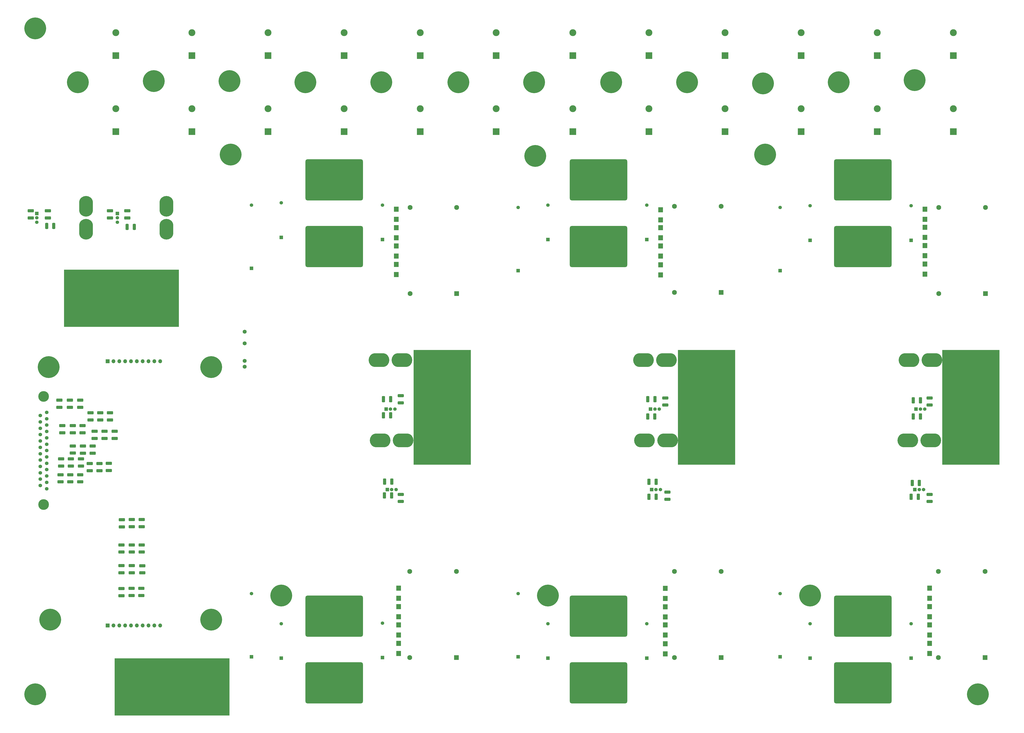
<source format=gbr>
%TF.GenerationSoftware,KiCad,Pcbnew,9.0.1*%
%TF.CreationDate,2025-05-08T11:31:27-07:00*%
%TF.ProjectId,PowerBoard,506f7765-7242-46f6-9172-642e6b696361,rev?*%
%TF.SameCoordinates,Original*%
%TF.FileFunction,Soldermask,Bot*%
%TF.FilePolarity,Negative*%
%FSLAX46Y46*%
G04 Gerber Fmt 4.6, Leading zero omitted, Abs format (unit mm)*
G04 Created by KiCad (PCBNEW 9.0.1) date 2025-05-08 11:31:27*
%MOMM*%
%LPD*%
G01*
G04 APERTURE LIST*
G04 Aperture macros list*
%AMRoundRect*
0 Rectangle with rounded corners*
0 $1 Rounding radius*
0 $2 $3 $4 $5 $6 $7 $8 $9 X,Y pos of 4 corners*
0 Add a 4 corners polygon primitive as box body*
4,1,4,$2,$3,$4,$5,$6,$7,$8,$9,$2,$3,0*
0 Add four circle primitives for the rounded corners*
1,1,$1+$1,$2,$3*
1,1,$1+$1,$4,$5*
1,1,$1+$1,$6,$7*
1,1,$1+$1,$8,$9*
0 Add four rect primitives between the rounded corners*
20,1,$1+$1,$2,$3,$4,$5,0*
20,1,$1+$1,$4,$5,$6,$7,0*
20,1,$1+$1,$6,$7,$8,$9,0*
20,1,$1+$1,$8,$9,$2,$3,0*%
%AMHorizOval*
0 Thick line with rounded ends*
0 $1 width*
0 $2 $3 position (X,Y) of the first rounded end (center of the circle)*
0 $4 $5 position (X,Y) of the second rounded end (center of the circle)*
0 Add line between two ends*
20,1,$1,$2,$3,$4,$5,0*
0 Add two circle primitives to create the rounded ends*
1,1,$1,$2,$3*
1,1,$1,$4,$5*%
G04 Aperture macros list end*
%ADD10R,2.150000X2.250000*%
%ADD11RoundRect,0.250000X1.075000X-0.400000X1.075000X0.400000X-1.075000X0.400000X-1.075000X-0.400000X0*%
%ADD12RoundRect,0.250000X-0.400000X-1.075000X0.400000X-1.075000X0.400000X1.075000X-0.400000X1.075000X0*%
%ADD13RoundRect,0.250000X-1.075000X0.400000X-1.075000X-0.400000X1.075000X-0.400000X1.075000X0.400000X0*%
%ADD14R,50.000000X25.000000*%
%ADD15C,9.500000*%
%ADD16R,3.000000X3.000000*%
%ADD17C,3.000000*%
%ADD18RoundRect,0.900000X11.600000X-8.100000X11.600000X8.100000X-11.600000X8.100000X-11.600000X-8.100000X0*%
%ADD19R,25.000000X50.000000*%
%ADD20R,1.500000X1.500000*%
%ADD21C,1.500000*%
%ADD22HorizOval,0.800000X0.000000X0.000000X0.000000X0.000000X0*%
%ADD23HorizOval,0.800000X0.000000X0.000000X0.000000X0.000000X0*%
%ADD24C,0.800000*%
%ADD25O,9.000000X6.000000*%
%ADD26R,2.100000X2.100000*%
%ADD27C,2.100000*%
%ADD28HorizOval,0.800000X0.000000X0.000000X0.000000X0.000000X0*%
%ADD29HorizOval,0.800000X0.000000X0.000000X0.000000X0.000000X0*%
%ADD30O,6.000000X9.000000*%
%ADD31C,1.725000*%
%ADD32R,1.700000X1.700000*%
%ADD33O,1.700000X1.700000*%
%ADD34RoundRect,0.250000X1.100000X-0.412500X1.100000X0.412500X-1.100000X0.412500X-1.100000X-0.412500X0*%
%ADD35RoundRect,0.250000X0.412500X1.100000X-0.412500X1.100000X-0.412500X-1.100000X0.412500X-1.100000X0*%
%ADD36RoundRect,0.250000X-1.100000X0.412500X-1.100000X-0.412500X1.100000X-0.412500X1.100000X0.412500X0*%
%ADD37RoundRect,0.250000X-0.412500X-1.100000X0.412500X-1.100000X0.412500X1.100000X-0.412500X1.100000X0*%
%ADD38C,1.575000*%
%ADD39C,4.650000*%
G04 APERTURE END LIST*
D10*
%TO.C,Z24*%
X172000000Y-58000000D03*
X172000000Y-62400000D03*
%TD*%
%TO.C,Z23*%
X172000000Y-49800000D03*
X172000000Y-54200000D03*
%TD*%
%TO.C,Z22*%
X172000000Y-41800000D03*
X172000000Y-46200000D03*
%TD*%
%TO.C,Z21*%
X172000000Y-34000000D03*
X172000000Y-38400000D03*
%TD*%
%TO.C,Z20*%
X287000000Y-57600000D03*
X287000000Y-62000000D03*
%TD*%
%TO.C,Z19*%
X287000000Y-49600000D03*
X287000000Y-54000000D03*
%TD*%
%TO.C,Z18*%
X287000000Y-41600000D03*
X287000000Y-46000000D03*
%TD*%
%TO.C,Z17*%
X287000000Y-33800000D03*
X287000000Y-38200000D03*
%TD*%
%TO.C,Z16*%
X57000000Y-57800000D03*
X57000000Y-62200000D03*
%TD*%
%TO.C,Z15*%
X57000000Y-49800000D03*
X57000000Y-54200000D03*
%TD*%
%TO.C,Z14*%
X57000000Y-41800000D03*
X57000000Y-46200000D03*
%TD*%
%TO.C,Z13*%
X57000000Y-33800000D03*
X57000000Y-38200000D03*
%TD*%
%TO.C,Z12*%
X289000000Y-222800000D03*
X289000000Y-227200000D03*
%TD*%
%TO.C,Z11*%
X289000000Y-214800000D03*
X289000000Y-219200000D03*
%TD*%
%TO.C,Z10*%
X289000000Y-206800000D03*
X289000000Y-211200000D03*
%TD*%
%TO.C,Z9*%
X289000000Y-198800000D03*
X289000000Y-203200000D03*
%TD*%
%TO.C,Z8*%
X174000000Y-223000000D03*
X174000000Y-227400000D03*
%TD*%
%TO.C,Z7*%
X174000000Y-214800000D03*
X174000000Y-219200000D03*
%TD*%
%TO.C,Z6*%
X174000000Y-206900000D03*
X174000000Y-211300000D03*
%TD*%
%TO.C,Z5*%
X174000000Y-198900000D03*
X174000000Y-203300000D03*
%TD*%
%TO.C,Z4*%
X58000000Y-198800000D03*
X58000000Y-203200000D03*
%TD*%
%TO.C,Z3*%
X58000000Y-206800000D03*
X58000000Y-211200000D03*
%TD*%
%TO.C,Z2*%
X58000000Y-214800000D03*
X58000000Y-219200000D03*
%TD*%
%TO.C,Z1*%
X58000000Y-222800000D03*
X58000000Y-227200000D03*
%TD*%
D11*
%TO.C,R40*%
X289000000Y-119050000D03*
X289000000Y-115950000D03*
%TD*%
%TO.C,R39*%
X174000000Y-119050000D03*
X174000000Y-115950000D03*
%TD*%
%TO.C,R38*%
X59000000Y-118050000D03*
X59000000Y-114950000D03*
%TD*%
D12*
%TO.C,R37*%
X-60050000Y-41500000D03*
X-56950000Y-41500000D03*
%TD*%
D13*
%TO.C,R5*%
X289000000Y-157950000D03*
X289000000Y-161050000D03*
%TD*%
%TO.C,R4*%
X175000000Y-156950000D03*
X175000000Y-160050000D03*
%TD*%
%TO.C,R3*%
X59000000Y-157950000D03*
X59000000Y-161050000D03*
%TD*%
D12*
%TO.C,R2*%
X-95050000Y-41000000D03*
X-91950000Y-41000000D03*
%TD*%
D14*
%TO.C,J2*%
X-62500000Y-72500000D03*
%TD*%
D15*
%TO.C,H22*%
X7000000Y-202000000D03*
%TD*%
D16*
%TO.C,C16*%
X34300000Y33100000D03*
D17*
X34300000Y43100000D03*
%TD*%
D16*
%TO.C,C14*%
X-31900000Y33100000D03*
D17*
X-31900000Y43100000D03*
%TD*%
D16*
%TO.C,C5*%
X266200000Y0D03*
D17*
X266200000Y10000000D03*
%TD*%
D16*
%TO.C,C1*%
X133800000Y0D03*
D17*
X133800000Y10000000D03*
%TD*%
D15*
%TO.C,H4*%
X-23500000Y-212500000D03*
%TD*%
D18*
%TO.C,Q4*%
X145000000Y-240000000D03*
X145000000Y-211000000D03*
%TD*%
D19*
%TO.C,J4*%
X192000000Y-120000000D03*
%TD*%
D15*
%TO.C,H9*%
X249500000Y21500000D03*
%TD*%
D16*
%TO.C,C101*%
X133800000Y33100000D03*
D17*
X133800000Y43100000D03*
%TD*%
D18*
%TO.C,Q2*%
X30000000Y-240000000D03*
X30000000Y-211000000D03*
%TD*%
D15*
%TO.C,H16*%
X17500000Y21500000D03*
%TD*%
D20*
%TO.C,C100*%
X224000000Y-60500000D03*
D21*
X224000000Y-33000000D03*
%TD*%
D18*
%TO.C,Q3*%
X145000000Y-50000000D03*
X145000000Y-21000000D03*
%TD*%
D16*
%TO.C,C6*%
X299300000Y0D03*
D17*
X299300000Y10000000D03*
%TD*%
D18*
%TO.C,Q5*%
X260000000Y-50000000D03*
X260000000Y-21000000D03*
%TD*%
D15*
%TO.C,H14*%
X84000000Y21500000D03*
%TD*%
D20*
%TO.C,IC9*%
X282600000Y-155825000D03*
D21*
X284510000Y-155825000D03*
X286420000Y-155825000D03*
D22*
X285560000Y-133795000D03*
D23*
X285560000Y-135055000D03*
D24*
X286310000Y-132765000D03*
X286310000Y-136085000D03*
X287510000Y-132375000D03*
X287510000Y-136475000D03*
X288840000Y-132375000D03*
X288840000Y-136475000D03*
D25*
X289510000Y-134425000D03*
D24*
X290180000Y-132375000D03*
X290180000Y-136475000D03*
X291510000Y-132375000D03*
X291510000Y-136475000D03*
X292710000Y-132765000D03*
X292710000Y-136085000D03*
X293460000Y-133795000D03*
X293460000Y-135055000D03*
X275560000Y-133795000D03*
X275560000Y-135055000D03*
X276310000Y-132765000D03*
X276310000Y-136085000D03*
X277510000Y-132375000D03*
X277510000Y-136475000D03*
X278840000Y-132375000D03*
X278840000Y-136475000D03*
D25*
X279510000Y-134425000D03*
D24*
X280180000Y-132375000D03*
X280180000Y-136475000D03*
X281510000Y-132375000D03*
X281510000Y-136475000D03*
X282710000Y-132765000D03*
X282710000Y-136085000D03*
D23*
X283460000Y-133795000D03*
D22*
X283460000Y-135055000D03*
%TD*%
D15*
%TO.C,H1*%
X-94150000Y-102500000D03*
%TD*%
D16*
%TO.C,C12*%
X100500000Y0D03*
D17*
X100500000Y10000000D03*
%TD*%
D26*
%TO.C,C97*%
X313150000Y-229000000D03*
D27*
X313150000Y-191500000D03*
X292850000Y-229000000D03*
X292850000Y-191500000D03*
%TD*%
D18*
%TO.C,Q6*%
X260000000Y-240000000D03*
X260000000Y-211000000D03*
%TD*%
D20*
%TO.C,C99*%
X281000000Y-47275000D03*
D21*
X281000000Y-32275000D03*
%TD*%
D16*
%TO.C,C17*%
X67400000Y33100000D03*
D17*
X67400000Y43100000D03*
%TD*%
D16*
%TO.C,C11*%
X67400000Y0D03*
D17*
X67400000Y10000000D03*
%TD*%
D15*
%TO.C,H7*%
X310000000Y-245000000D03*
%TD*%
D20*
%TO.C,C110*%
X110000000Y-228625000D03*
D21*
X110000000Y-201125000D03*
%TD*%
D26*
%TO.C,C87*%
X83150000Y-229000000D03*
D27*
X83150000Y-191500000D03*
X62850000Y-229000000D03*
X62850000Y-191500000D03*
%TD*%
D16*
%TO.C,C3*%
X200000000Y0D03*
D17*
X200000000Y10000000D03*
%TD*%
D20*
%TO.C,C98*%
X237000000Y-47275000D03*
D21*
X237000000Y-32275000D03*
%TD*%
D20*
%TO.C,IC3*%
X-99325000Y-35600000D03*
D21*
X-99325000Y-37510000D03*
X-99325000Y-39420000D03*
D28*
X-77295000Y-38560000D03*
D29*
X-78555000Y-38560000D03*
D24*
X-76265000Y-39310000D03*
X-79585000Y-39310000D03*
X-75875000Y-40510000D03*
X-79975000Y-40510000D03*
X-75875000Y-41840000D03*
X-79975000Y-41840000D03*
D30*
X-77925000Y-42510000D03*
D24*
X-75875000Y-43180000D03*
X-79975000Y-43180000D03*
X-75875000Y-44510000D03*
X-79975000Y-44510000D03*
X-76265000Y-45710000D03*
X-79585000Y-45710000D03*
X-77295000Y-46460000D03*
X-78555000Y-46460000D03*
X-77295000Y-28560000D03*
X-78555000Y-28560000D03*
X-76265000Y-29310000D03*
X-79585000Y-29310000D03*
X-75875000Y-30510000D03*
X-79975000Y-30510000D03*
X-75875000Y-31840000D03*
X-79975000Y-31840000D03*
D30*
X-77925000Y-32510000D03*
D24*
X-75875000Y-33180000D03*
X-79975000Y-33180000D03*
X-75875000Y-34510000D03*
X-79975000Y-34510000D03*
X-76265000Y-35710000D03*
X-79585000Y-35710000D03*
D29*
X-77295000Y-36460000D03*
D28*
X-78555000Y-36460000D03*
%TD*%
D20*
%TO.C,C103*%
X237000000Y-229275000D03*
D21*
X237000000Y-214275000D03*
%TD*%
D15*
%TO.C,H23*%
X123000000Y-202000000D03*
%TD*%
%TO.C,H10*%
X216500000Y21000000D03*
%TD*%
D20*
%TO.C,IC6*%
X52590000Y-120825000D03*
D21*
X54500000Y-120825000D03*
X56410000Y-120825000D03*
D22*
X55550000Y-98795000D03*
D23*
X55550000Y-100055000D03*
D24*
X56300000Y-97765000D03*
X56300000Y-101085000D03*
X57500000Y-97375000D03*
X57500000Y-101475000D03*
X58830000Y-97375000D03*
X58830000Y-101475000D03*
D25*
X59500000Y-99425000D03*
D24*
X60170000Y-97375000D03*
X60170000Y-101475000D03*
X61500000Y-97375000D03*
X61500000Y-101475000D03*
X62700000Y-97765000D03*
X62700000Y-101085000D03*
X63450000Y-98795000D03*
X63450000Y-100055000D03*
X45550000Y-98795000D03*
X45550000Y-100055000D03*
X46300000Y-97765000D03*
X46300000Y-101085000D03*
X47500000Y-97375000D03*
X47500000Y-101475000D03*
X48830000Y-97375000D03*
X48830000Y-101475000D03*
D25*
X49500000Y-99425000D03*
D24*
X50170000Y-97375000D03*
X50170000Y-101475000D03*
X51500000Y-97375000D03*
X51500000Y-101475000D03*
X52700000Y-97765000D03*
X52700000Y-101085000D03*
D23*
X53450000Y-98795000D03*
D22*
X53450000Y-100055000D03*
%TD*%
D20*
%TO.C,C20*%
X7000000Y-46000000D03*
D21*
X7000000Y-31000000D03*
%TD*%
D16*
%TO.C,C18*%
X100500000Y33100000D03*
D17*
X100500000Y43100000D03*
%TD*%
D15*
%TO.C,H8*%
X282500000Y22500000D03*
%TD*%
D16*
%TO.C,C111*%
X266200000Y33100000D03*
D17*
X266200000Y43100000D03*
%TD*%
D18*
%TO.C,Q1*%
X30000000Y-50000000D03*
X30000000Y-21000000D03*
%TD*%
D15*
%TO.C,H6*%
X-100000000Y-245000000D03*
%TD*%
%TO.C,H24*%
X237000000Y-202000000D03*
%TD*%
D31*
%TO.C,PS1*%
X-8915000Y-102325000D03*
X-8915000Y-99785000D03*
X-8915000Y-92165000D03*
X-8915000Y-87085000D03*
%TD*%
D20*
%TO.C,C88*%
X51000000Y-229000000D03*
D21*
X51000000Y-214000000D03*
%TD*%
D15*
%TO.C,H21*%
X217500000Y-10000000D03*
%TD*%
D16*
%TO.C,C9*%
X1200000Y0D03*
D17*
X1200000Y10000000D03*
%TD*%
D32*
%TO.C,J8*%
X-68500000Y-215000000D03*
D33*
X-65960000Y-215000000D03*
X-63420000Y-215000000D03*
X-60880000Y-215000000D03*
X-58340000Y-215000000D03*
X-55800000Y-215000000D03*
X-53260000Y-215000000D03*
X-50720000Y-215000000D03*
X-48180000Y-215000000D03*
X-45640000Y-215000000D03*
%TD*%
D16*
%TO.C,C15*%
X1200000Y33100000D03*
D17*
X1200000Y43100000D03*
%TD*%
D20*
%TO.C,C94*%
X166000000Y-47000000D03*
D21*
X166000000Y-32000000D03*
%TD*%
D15*
%TO.C,H13*%
X117000000Y21500000D03*
%TD*%
D20*
%TO.C,IC5*%
X53090000Y-155825000D03*
D21*
X55000000Y-155825000D03*
X56910000Y-155825000D03*
D22*
X56050000Y-133795000D03*
D23*
X56050000Y-135055000D03*
D24*
X56800000Y-132765000D03*
X56800000Y-136085000D03*
X58000000Y-132375000D03*
X58000000Y-136475000D03*
X59330000Y-132375000D03*
X59330000Y-136475000D03*
D25*
X60000000Y-134425000D03*
D24*
X60670000Y-132375000D03*
X60670000Y-136475000D03*
X62000000Y-132375000D03*
X62000000Y-136475000D03*
X63200000Y-132765000D03*
X63200000Y-136085000D03*
X63950000Y-133795000D03*
X63950000Y-135055000D03*
X46050000Y-133795000D03*
X46050000Y-135055000D03*
X46800000Y-132765000D03*
X46800000Y-136085000D03*
X48000000Y-132375000D03*
X48000000Y-136475000D03*
X49330000Y-132375000D03*
X49330000Y-136475000D03*
D25*
X50000000Y-134425000D03*
D24*
X50670000Y-132375000D03*
X50670000Y-136475000D03*
X52000000Y-132375000D03*
X52000000Y-136475000D03*
X53200000Y-132765000D03*
X53200000Y-136085000D03*
D23*
X53950000Y-133795000D03*
D22*
X53950000Y-135055000D03*
%TD*%
D26*
%TO.C,C96*%
X313300000Y-70500000D03*
D27*
X313300000Y-33000000D03*
X293000000Y-70500000D03*
X293000000Y-33000000D03*
%TD*%
D16*
%TO.C,C2*%
X166900000Y0D03*
D17*
X166900000Y10000000D03*
%TD*%
D20*
%TO.C,C108*%
X123000000Y-229275000D03*
D21*
X123000000Y-214275000D03*
%TD*%
D19*
%TO.C,J5*%
X307000000Y-120000000D03*
%TD*%
D16*
%TO.C,C13*%
X-65000000Y33100000D03*
D17*
X-65000000Y43100000D03*
%TD*%
D15*
%TO.C,H15*%
X50500000Y21500000D03*
%TD*%
%TO.C,H17*%
X-15500000Y22000000D03*
%TD*%
%TO.C,H19*%
X-81500000Y21500000D03*
%TD*%
%TO.C,H18*%
X-48500000Y22000000D03*
%TD*%
D20*
%TO.C,C90*%
X-6000000Y-228625000D03*
D21*
X-6000000Y-201125000D03*
%TD*%
D20*
%TO.C,C104*%
X281000000Y-229275000D03*
D21*
X281000000Y-214275000D03*
%TD*%
D16*
%TO.C,C8*%
X-31900000Y0D03*
D17*
X-31900000Y10000000D03*
%TD*%
D20*
%TO.C,IC4*%
X-64325000Y-35600000D03*
D21*
X-64325000Y-37510000D03*
X-64325000Y-39420000D03*
D28*
X-42295000Y-38560000D03*
D29*
X-43555000Y-38560000D03*
D24*
X-41265000Y-39310000D03*
X-44585000Y-39310000D03*
X-40875000Y-40510000D03*
X-44975000Y-40510000D03*
X-40875000Y-41840000D03*
X-44975000Y-41840000D03*
D30*
X-42925000Y-42510000D03*
D24*
X-40875000Y-43180000D03*
X-44975000Y-43180000D03*
X-40875000Y-44510000D03*
X-44975000Y-44510000D03*
X-41265000Y-45710000D03*
X-44585000Y-45710000D03*
X-42295000Y-46460000D03*
X-43555000Y-46460000D03*
X-42295000Y-28560000D03*
X-43555000Y-28560000D03*
X-41265000Y-29310000D03*
X-44585000Y-29310000D03*
X-40875000Y-30510000D03*
X-44975000Y-30510000D03*
X-40875000Y-31840000D03*
X-44975000Y-31840000D03*
D30*
X-42925000Y-32510000D03*
D24*
X-40875000Y-33180000D03*
X-44975000Y-33180000D03*
X-40875000Y-34510000D03*
X-44975000Y-34510000D03*
X-41265000Y-35710000D03*
X-44585000Y-35710000D03*
D29*
X-42295000Y-36460000D03*
D28*
X-43555000Y-36460000D03*
%TD*%
D16*
%TO.C,C10*%
X34300000Y0D03*
D17*
X34300000Y10000000D03*
%TD*%
D26*
%TO.C,C86*%
X83300000Y-70500000D03*
D27*
X83300000Y-33000000D03*
X63000000Y-70500000D03*
X63000000Y-33000000D03*
%TD*%
D20*
%TO.C,C95*%
X110000000Y-60500000D03*
D21*
X110000000Y-33000000D03*
%TD*%
D20*
%TO.C,C93*%
X123000000Y-47000000D03*
D21*
X123000000Y-32000000D03*
%TD*%
D16*
%TO.C,C7*%
X-65000000Y0D03*
D17*
X-65000000Y10000000D03*
%TD*%
D20*
%TO.C,C84*%
X51000000Y-47000000D03*
D21*
X51000000Y-32000000D03*
%TD*%
D20*
%TO.C,C85*%
X-6000000Y-59500000D03*
D21*
X-6000000Y-32000000D03*
%TD*%
D26*
%TO.C,C91*%
X198300000Y-70000000D03*
D27*
X198300000Y-32500000D03*
X178000000Y-70000000D03*
X178000000Y-32500000D03*
%TD*%
D32*
%TO.C,J9*%
X-68500000Y-100000000D03*
D33*
X-65960000Y-100000000D03*
X-63420000Y-100000000D03*
X-60880000Y-100000000D03*
X-58340000Y-100000000D03*
X-55800000Y-100000000D03*
X-53260000Y-100000000D03*
X-50720000Y-100000000D03*
X-48180000Y-100000000D03*
X-45640000Y-100000000D03*
%TD*%
D16*
%TO.C,C106*%
X200000000Y33100000D03*
D17*
X200000000Y43100000D03*
%TD*%
D15*
%TO.C,H5*%
X-100000000Y45000000D03*
%TD*%
D20*
%TO.C,C89*%
X7000000Y-229275000D03*
D21*
X7000000Y-214275000D03*
%TD*%
D15*
%TO.C,H11*%
X183500000Y21500000D03*
%TD*%
D16*
%TO.C,C112*%
X299300000Y33100000D03*
D17*
X299300000Y43100000D03*
%TD*%
D16*
%TO.C,C107*%
X233100000Y33100000D03*
D17*
X233100000Y43100000D03*
%TD*%
D15*
%TO.C,H20*%
X117500000Y-10550000D03*
%TD*%
D16*
%TO.C,C4*%
X233100000Y0D03*
D17*
X233100000Y10000000D03*
%TD*%
D26*
%TO.C,C92*%
X198300000Y-229000000D03*
D27*
X198300000Y-191500000D03*
X178000000Y-229000000D03*
X178000000Y-191500000D03*
%TD*%
D14*
%TO.C,J1*%
X-40500000Y-241750000D03*
%TD*%
D15*
%TO.C,H19*%
X-15000000Y-10000000D03*
%TD*%
%TO.C,H3*%
X-93500000Y-212500000D03*
%TD*%
D20*
%TO.C,C109*%
X166000000Y-229275000D03*
D21*
X166000000Y-214275000D03*
%TD*%
D19*
%TO.C,J3*%
X77000000Y-120000000D03*
%TD*%
D20*
%TO.C,IC8*%
X167600000Y-120825000D03*
D21*
X169510000Y-120825000D03*
X171420000Y-120825000D03*
D22*
X170560000Y-98795000D03*
D23*
X170560000Y-100055000D03*
D24*
X171310000Y-97765000D03*
X171310000Y-101085000D03*
X172510000Y-97375000D03*
X172510000Y-101475000D03*
X173840000Y-97375000D03*
X173840000Y-101475000D03*
D25*
X174510000Y-99425000D03*
D24*
X175180000Y-97375000D03*
X175180000Y-101475000D03*
X176510000Y-97375000D03*
X176510000Y-101475000D03*
X177710000Y-97765000D03*
X177710000Y-101085000D03*
X178460000Y-98795000D03*
X178460000Y-100055000D03*
X160560000Y-98795000D03*
X160560000Y-100055000D03*
X161310000Y-97765000D03*
X161310000Y-101085000D03*
X162510000Y-97375000D03*
X162510000Y-101475000D03*
X163840000Y-97375000D03*
X163840000Y-101475000D03*
D25*
X164510000Y-99425000D03*
D24*
X165180000Y-97375000D03*
X165180000Y-101475000D03*
X166510000Y-97375000D03*
X166510000Y-101475000D03*
X167710000Y-97765000D03*
X167710000Y-101085000D03*
D23*
X168460000Y-98795000D03*
D22*
X168460000Y-100055000D03*
%TD*%
D15*
%TO.C,H12*%
X150500000Y21500000D03*
%TD*%
D20*
%TO.C,IC7*%
X168100000Y-155825000D03*
D21*
X170010000Y-155825000D03*
X171920000Y-155825000D03*
D22*
X171060000Y-133795000D03*
D23*
X171060000Y-135055000D03*
D24*
X171810000Y-132765000D03*
X171810000Y-136085000D03*
X173010000Y-132375000D03*
X173010000Y-136475000D03*
X174340000Y-132375000D03*
X174340000Y-136475000D03*
D25*
X175010000Y-134425000D03*
D24*
X175680000Y-132375000D03*
X175680000Y-136475000D03*
X177010000Y-132375000D03*
X177010000Y-136475000D03*
X178210000Y-132765000D03*
X178210000Y-136085000D03*
X178960000Y-133795000D03*
X178960000Y-135055000D03*
X161060000Y-133795000D03*
X161060000Y-135055000D03*
X161810000Y-132765000D03*
X161810000Y-136085000D03*
X163010000Y-132375000D03*
X163010000Y-136475000D03*
X164340000Y-132375000D03*
X164340000Y-136475000D03*
D25*
X165010000Y-134425000D03*
D24*
X165680000Y-132375000D03*
X165680000Y-136475000D03*
X167010000Y-132375000D03*
X167010000Y-136475000D03*
X168210000Y-132765000D03*
X168210000Y-136085000D03*
D23*
X168960000Y-133795000D03*
D22*
X168960000Y-135055000D03*
%TD*%
D20*
%TO.C,IC10*%
X283100000Y-120825000D03*
D21*
X285010000Y-120825000D03*
X286920000Y-120825000D03*
D22*
X286060000Y-98795000D03*
D23*
X286060000Y-100055000D03*
D24*
X286810000Y-97765000D03*
X286810000Y-101085000D03*
X288010000Y-97375000D03*
X288010000Y-101475000D03*
X289340000Y-97375000D03*
X289340000Y-101475000D03*
D25*
X290010000Y-99425000D03*
D24*
X290680000Y-97375000D03*
X290680000Y-101475000D03*
X292010000Y-97375000D03*
X292010000Y-101475000D03*
X293210000Y-97765000D03*
X293210000Y-101085000D03*
X293960000Y-98795000D03*
X293960000Y-100055000D03*
X276060000Y-98795000D03*
X276060000Y-100055000D03*
X276810000Y-97765000D03*
X276810000Y-101085000D03*
X278010000Y-97375000D03*
X278010000Y-101475000D03*
X279340000Y-97375000D03*
X279340000Y-101475000D03*
D25*
X280010000Y-99425000D03*
D24*
X280680000Y-97375000D03*
X280680000Y-101475000D03*
X282010000Y-97375000D03*
X282010000Y-101475000D03*
X283210000Y-97765000D03*
X283210000Y-101085000D03*
D23*
X283960000Y-98795000D03*
D22*
X283960000Y-100055000D03*
%TD*%
D16*
%TO.C,C102*%
X166900000Y33100000D03*
D17*
X166900000Y43100000D03*
%TD*%
D15*
%TO.C,H2*%
X-23500000Y-102500000D03*
%TD*%
D20*
%TO.C,C105*%
X224000000Y-228625000D03*
D21*
X224000000Y-201125000D03*
%TD*%
D34*
%TO.C,C55*%
X-53750000Y-183062500D03*
X-53750000Y-179937500D03*
%TD*%
%TO.C,C67*%
X-76350000Y-147612500D03*
X-76350000Y-144487500D03*
%TD*%
D35*
%TO.C,C19*%
X55052500Y-152365000D03*
X51927500Y-152365000D03*
%TD*%
D36*
%TO.C,C61*%
X-71750000Y-122437500D03*
X-71750000Y-125562500D03*
%TD*%
D37*
%TO.C,C31*%
X166937500Y-159000000D03*
X170062500Y-159000000D03*
%TD*%
%TO.C,C30*%
X166375000Y-124000000D03*
X169500000Y-124000000D03*
%TD*%
D34*
%TO.C,C49*%
X-53900000Y-202022500D03*
X-53900000Y-198897500D03*
%TD*%
%TO.C,C35*%
X-80500000Y-120062500D03*
X-80500000Y-116937500D03*
%TD*%
D37*
%TO.C,C28*%
X281937500Y-124000000D03*
X285062500Y-124000000D03*
%TD*%
D34*
%TO.C,C68*%
X-68000000Y-147562500D03*
X-68000000Y-144437500D03*
%TD*%
D38*
%TO.C,J6*%
X-95000000Y-122230000D03*
X-95000000Y-125000000D03*
X-95000000Y-127770000D03*
X-95000000Y-130540000D03*
X-95000000Y-133310000D03*
X-95000000Y-136080000D03*
X-95000000Y-138850000D03*
X-95000000Y-141620000D03*
X-95000000Y-144390000D03*
X-95000000Y-147160000D03*
X-95000000Y-149930000D03*
X-95000000Y-152700000D03*
X-95000000Y-155470000D03*
X-97840000Y-154085000D03*
X-97840000Y-151315000D03*
X-97840000Y-148545000D03*
X-97840000Y-145775000D03*
X-97840000Y-143005000D03*
X-97840000Y-140235000D03*
X-97840000Y-137465000D03*
X-97840000Y-134695000D03*
X-97840000Y-131925000D03*
X-97840000Y-129155000D03*
X-97840000Y-126385000D03*
X-97840000Y-123615000D03*
D39*
X-96420000Y-115330000D03*
X-96420000Y-162370000D03*
%TD*%
D34*
%TO.C,C43*%
X-69923250Y-133562500D03*
X-69923250Y-130437500D03*
%TD*%
%TO.C,C69*%
X-80500000Y-152500000D03*
X-80500000Y-149375000D03*
%TD*%
D36*
%TO.C,C46*%
X-79326750Y-136875000D03*
X-79326750Y-140000000D03*
%TD*%
%TO.C,C34*%
X-60000000Y-34437500D03*
X-60000000Y-37562500D03*
%TD*%
%TO.C,C64*%
X-88750000Y-142477500D03*
X-88750000Y-145602500D03*
%TD*%
D37*
%TO.C,C32*%
X51437500Y-116500000D03*
X54562500Y-116500000D03*
%TD*%
D36*
%TO.C,C23*%
X-67500000Y-34437500D03*
X-67500000Y-37562500D03*
%TD*%
D37*
%TO.C,C33*%
X166437500Y-116500000D03*
X169562500Y-116500000D03*
%TD*%
D34*
%TO.C,C59*%
X-58000000Y-172022500D03*
X-58000000Y-168897500D03*
%TD*%
%TO.C,C38*%
X-89523250Y-120062500D03*
X-89523250Y-116937500D03*
%TD*%
%TO.C,C66*%
X-72100000Y-147612500D03*
X-72100000Y-144487500D03*
%TD*%
D36*
%TO.C,C63*%
X-80150000Y-142437500D03*
X-80150000Y-145562500D03*
%TD*%
%TO.C,C41*%
X-79476750Y-128000000D03*
X-79476750Y-131125000D03*
%TD*%
D34*
%TO.C,C51*%
X-62500000Y-192062500D03*
X-62500000Y-188937500D03*
%TD*%
%TO.C,C53*%
X-53500000Y-192125000D03*
X-53500000Y-189000000D03*
%TD*%
%TO.C,C70*%
X-84750000Y-152500000D03*
X-84750000Y-149375000D03*
%TD*%
%TO.C,C44*%
X-74173250Y-133562500D03*
X-74173250Y-130437500D03*
%TD*%
%TO.C,C56*%
X-58000000Y-183062500D03*
X-58000000Y-179937500D03*
%TD*%
%TO.C,C50*%
X-58150000Y-202022500D03*
X-58150000Y-198897500D03*
%TD*%
D37*
%TO.C,C37*%
X280937500Y-159000000D03*
X284062500Y-159000000D03*
%TD*%
D34*
%TO.C,C58*%
X-53750000Y-172022500D03*
X-53750000Y-168897500D03*
%TD*%
%TO.C,C57*%
X-62350000Y-172062500D03*
X-62350000Y-168937500D03*
%TD*%
D37*
%TO.C,C27*%
X281937500Y-117000000D03*
X285062500Y-117000000D03*
%TD*%
D36*
%TO.C,C39*%
X-88226750Y-128032500D03*
X-88226750Y-131157500D03*
%TD*%
D34*
%TO.C,C22*%
X-94500000Y-37562500D03*
X-94500000Y-34437500D03*
%TD*%
D36*
%TO.C,C60*%
X-76000000Y-122437500D03*
X-76000000Y-125562500D03*
%TD*%
D34*
%TO.C,C48*%
X-62500000Y-202062500D03*
X-62500000Y-198937500D03*
%TD*%
%TO.C,C36*%
X-85000000Y-120062500D03*
X-85000000Y-116937500D03*
%TD*%
D36*
%TO.C,C21*%
X-102000000Y-34437500D03*
X-102000000Y-37562500D03*
%TD*%
D35*
%TO.C,C24*%
X170062500Y-152500000D03*
X166937500Y-152500000D03*
%TD*%
D36*
%TO.C,C45*%
X-83726750Y-136845000D03*
X-83726750Y-139970000D03*
%TD*%
D34*
%TO.C,C54*%
X-62500000Y-183062500D03*
X-62500000Y-179937500D03*
%TD*%
D37*
%TO.C,C25*%
X51865000Y-158365000D03*
X54990000Y-158365000D03*
%TD*%
D36*
%TO.C,C65*%
X-84500000Y-142477500D03*
X-84500000Y-145602500D03*
%TD*%
D37*
%TO.C,C29*%
X51437500Y-123500000D03*
X54562500Y-123500000D03*
%TD*%
D36*
%TO.C,C40*%
X-83726750Y-128000000D03*
X-83726750Y-131125000D03*
%TD*%
%TO.C,C47*%
X-75076750Y-136875000D03*
X-75076750Y-140000000D03*
%TD*%
D35*
%TO.C,C26*%
X284562500Y-153000000D03*
X281437500Y-153000000D03*
%TD*%
D36*
%TO.C,C62*%
X-67500000Y-122437500D03*
X-67500000Y-125562500D03*
%TD*%
D34*
%TO.C,C42*%
X-65523250Y-133592500D03*
X-65523250Y-130467500D03*
%TD*%
%TO.C,C52*%
X-58000000Y-192062500D03*
X-58000000Y-188937500D03*
%TD*%
%TO.C,C71*%
X-89000000Y-152500000D03*
X-89000000Y-149375000D03*
%TD*%
M02*

</source>
